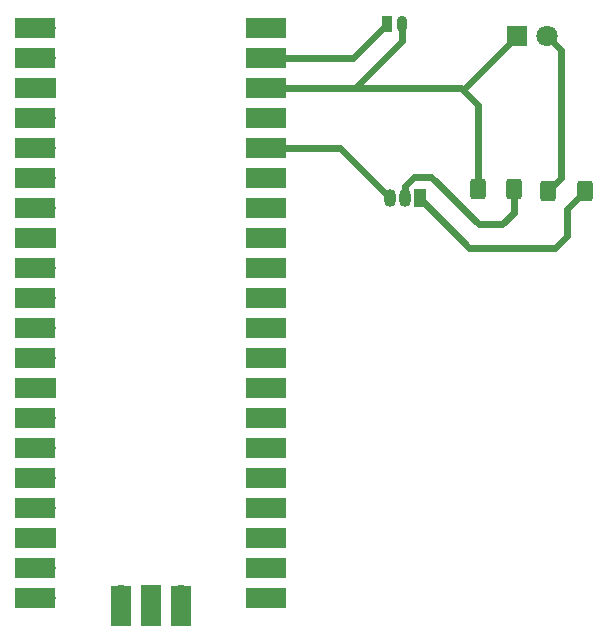
<source format=gbr>
%TF.GenerationSoftware,KiCad,Pcbnew,8.0.0*%
%TF.CreationDate,2024-03-27T15:42:33-03:00*%
%TF.ProjectId,pon_sem_6,706f6e5f-7365-46d5-9f36-2e6b69636164,rev?*%
%TF.SameCoordinates,Original*%
%TF.FileFunction,Copper,L1,Top*%
%TF.FilePolarity,Positive*%
%FSLAX46Y46*%
G04 Gerber Fmt 4.6, Leading zero omitted, Abs format (unit mm)*
G04 Created by KiCad (PCBNEW 8.0.0) date 2024-03-27 15:42:33*
%MOMM*%
%LPD*%
G01*
G04 APERTURE LIST*
G04 Aperture macros list*
%AMRoundRect*
0 Rectangle with rounded corners*
0 $1 Rounding radius*
0 $2 $3 $4 $5 $6 $7 $8 $9 X,Y pos of 4 corners*
0 Add a 4 corners polygon primitive as box body*
4,1,4,$2,$3,$4,$5,$6,$7,$8,$9,$2,$3,0*
0 Add four circle primitives for the rounded corners*
1,1,$1+$1,$2,$3*
1,1,$1+$1,$4,$5*
1,1,$1+$1,$6,$7*
1,1,$1+$1,$8,$9*
0 Add four rect primitives between the rounded corners*
20,1,$1+$1,$2,$3,$4,$5,0*
20,1,$1+$1,$4,$5,$6,$7,0*
20,1,$1+$1,$6,$7,$8,$9,0*
20,1,$1+$1,$8,$9,$2,$3,0*%
G04 Aperture macros list end*
%TA.AperFunction,ComponentPad*%
%ADD10O,1.700000X1.700000*%
%TD*%
%TA.AperFunction,SMDPad,CuDef*%
%ADD11R,3.500000X1.700000*%
%TD*%
%TA.AperFunction,ComponentPad*%
%ADD12R,1.700000X1.700000*%
%TD*%
%TA.AperFunction,SMDPad,CuDef*%
%ADD13R,1.700000X3.500000*%
%TD*%
%TA.AperFunction,SMDPad,CuDef*%
%ADD14RoundRect,0.250000X-0.400000X-0.625000X0.400000X-0.625000X0.400000X0.625000X-0.400000X0.625000X0*%
%TD*%
%TA.AperFunction,ComponentPad*%
%ADD15O,1.050000X1.500000*%
%TD*%
%TA.AperFunction,ComponentPad*%
%ADD16R,1.050000X1.500000*%
%TD*%
%TA.AperFunction,ComponentPad*%
%ADD17O,0.900000X1.400000*%
%TD*%
%TA.AperFunction,ComponentPad*%
%ADD18RoundRect,0.225000X-0.225000X-0.475000X0.225000X-0.475000X0.225000X0.475000X-0.225000X0.475000X0*%
%TD*%
%TA.AperFunction,ComponentPad*%
%ADD19C,1.800000*%
%TD*%
%TA.AperFunction,ComponentPad*%
%ADD20R,1.800000X1.800000*%
%TD*%
%TA.AperFunction,Conductor*%
%ADD21C,0.600000*%
%TD*%
%TA.AperFunction,Conductor*%
%ADD22C,0.200000*%
%TD*%
G04 APERTURE END LIST*
D10*
%TO.P,U2,1,GPIO0*%
%TO.N,unconnected-(U2-GPIO0-Pad1)*%
X122845000Y-68385000D03*
D11*
X121945000Y-68385000D03*
D10*
%TO.P,U2,2,GPIO1*%
%TO.N,unconnected-(U2-GPIO1-Pad2)*%
X122845000Y-70925000D03*
D11*
X121945000Y-70925000D03*
D12*
%TO.P,U2,3,GND*%
%TO.N,unconnected-(U2-GND-Pad3)*%
X122845000Y-73465000D03*
D11*
X121945000Y-73465000D03*
D10*
%TO.P,U2,4,GPIO2*%
%TO.N,unconnected-(U2-GPIO2-Pad4)*%
X122845000Y-76005000D03*
D11*
X121945000Y-76005000D03*
D10*
%TO.P,U2,5,GPIO3*%
%TO.N,unconnected-(U2-GPIO3-Pad5)*%
X122845000Y-78545000D03*
D11*
X121945000Y-78545000D03*
D10*
%TO.P,U2,6,GPIO4*%
%TO.N,unconnected-(U2-GPIO4-Pad6)*%
X122845000Y-81085000D03*
D11*
X121945000Y-81085000D03*
D10*
%TO.P,U2,7,GPIO5*%
%TO.N,unconnected-(U2-GPIO5-Pad7)*%
X122845000Y-83625000D03*
D11*
X121945000Y-83625000D03*
D12*
%TO.P,U2,8,GND*%
%TO.N,unconnected-(U2-GND-Pad8)*%
X122845000Y-86165000D03*
D11*
X121945000Y-86165000D03*
D10*
%TO.P,U2,9,GPIO6*%
%TO.N,unconnected-(U2-GPIO6-Pad9)*%
X122845000Y-88705000D03*
D11*
X121945000Y-88705000D03*
D10*
%TO.P,U2,10,GPIO7*%
%TO.N,unconnected-(U2-GPIO7-Pad10)*%
X122845000Y-91245000D03*
D11*
X121945000Y-91245000D03*
D10*
%TO.P,U2,11,GPIO8*%
%TO.N,unconnected-(U2-GPIO8-Pad11)*%
X122845000Y-93785000D03*
D11*
X121945000Y-93785000D03*
D10*
%TO.P,U2,12,GPIO9*%
%TO.N,unconnected-(U2-GPIO9-Pad12)*%
X122845000Y-96325000D03*
D11*
X121945000Y-96325000D03*
D12*
%TO.P,U2,13,GND*%
%TO.N,unconnected-(U2-GND-Pad13)*%
X122845000Y-98865000D03*
D11*
X121945000Y-98865000D03*
D10*
%TO.P,U2,14,GPIO10*%
%TO.N,unconnected-(U2-GPIO10-Pad14)*%
X122845000Y-101405000D03*
D11*
X121945000Y-101405000D03*
D10*
%TO.P,U2,15,GPIO11*%
%TO.N,unconnected-(U2-GPIO11-Pad15)*%
X122845000Y-103945000D03*
D11*
X121945000Y-103945000D03*
D10*
%TO.P,U2,16,GPIO12*%
%TO.N,unconnected-(U2-GPIO12-Pad16)*%
X122845000Y-106485000D03*
D11*
X121945000Y-106485000D03*
D10*
%TO.P,U2,17,GPIO13*%
%TO.N,unconnected-(U2-GPIO13-Pad17)*%
X122845000Y-109025000D03*
D11*
X121945000Y-109025000D03*
D12*
%TO.P,U2,18,GND*%
%TO.N,unconnected-(U2-GND-Pad18)*%
X122845000Y-111565000D03*
D11*
X121945000Y-111565000D03*
D10*
%TO.P,U2,19,GPIO14*%
%TO.N,unconnected-(U2-GPIO14-Pad19)*%
X122845000Y-114105000D03*
D11*
X121945000Y-114105000D03*
D10*
%TO.P,U2,20,GPIO15*%
%TO.N,unconnected-(U2-GPIO15-Pad20)*%
X122845000Y-116645000D03*
D11*
X121945000Y-116645000D03*
D10*
%TO.P,U2,21,GPIO16*%
%TO.N,unconnected-(U2-GPIO16-Pad21)*%
X140625000Y-116645000D03*
D11*
X141525000Y-116645000D03*
D10*
%TO.P,U2,22,GPIO17*%
%TO.N,unconnected-(U2-GPIO17-Pad22)*%
X140625000Y-114105000D03*
D11*
X141525000Y-114105000D03*
D12*
%TO.P,U2,23,GND*%
%TO.N,unconnected-(U2-GND-Pad23)*%
X140625000Y-111565000D03*
D11*
X141525000Y-111565000D03*
D10*
%TO.P,U2,24,GPIO18*%
%TO.N,unconnected-(U2-GPIO18-Pad24)*%
X140625000Y-109025000D03*
D11*
X141525000Y-109025000D03*
D10*
%TO.P,U2,25,GPIO19*%
%TO.N,unconnected-(U2-GPIO19-Pad25)*%
X140625000Y-106485000D03*
D11*
X141525000Y-106485000D03*
D10*
%TO.P,U2,26,GPIO20*%
%TO.N,unconnected-(U2-GPIO20-Pad26)*%
X140625000Y-103945000D03*
D11*
X141525000Y-103945000D03*
D10*
%TO.P,U2,27,GPIO21*%
%TO.N,unconnected-(U2-GPIO21-Pad27)*%
X140625000Y-101405000D03*
D11*
X141525000Y-101405000D03*
D12*
%TO.P,U2,28,GND*%
%TO.N,unconnected-(U2-GND-Pad28)*%
X140625000Y-98865000D03*
D11*
X141525000Y-98865000D03*
D10*
%TO.P,U2,29,GPIO22*%
%TO.N,unconnected-(U2-GPIO22-Pad29)*%
X140625000Y-96325000D03*
D11*
X141525000Y-96325000D03*
D10*
%TO.P,U2,30,RUN*%
%TO.N,unconnected-(U2-RUN-Pad30)*%
X140625000Y-93785000D03*
D11*
X141525000Y-93785000D03*
D10*
%TO.P,U2,31,GPIO26_ADC0*%
%TO.N,unconnected-(U2-GPIO26_ADC0-Pad31)*%
X140625000Y-91245000D03*
D11*
X141525000Y-91245000D03*
D10*
%TO.P,U2,32,GPIO27_ADC1*%
%TO.N,unconnected-(U2-GPIO27_ADC1-Pad32)*%
X140625000Y-88705000D03*
D11*
X141525000Y-88705000D03*
D12*
%TO.P,U2,33,AGND*%
%TO.N,unconnected-(U2-AGND-Pad33)*%
X140625000Y-86165000D03*
D11*
X141525000Y-86165000D03*
D10*
%TO.P,U2,34,GPIO28_ADC2*%
%TO.N,unconnected-(U2-GPIO28_ADC2-Pad34)*%
X140625000Y-83625000D03*
D11*
X141525000Y-83625000D03*
D10*
%TO.P,U2,35,ADC_VREF*%
%TO.N,unconnected-(U2-ADC_VREF-Pad35)*%
X140625000Y-81085000D03*
D11*
X141525000Y-81085000D03*
D10*
%TO.P,U2,36,3V3*%
%TO.N,3V3*%
X140625000Y-78545000D03*
D11*
X141525000Y-78545000D03*
D10*
%TO.P,U2,37,3V3_EN*%
%TO.N,unconnected-(U2-3V3_EN-Pad37)*%
X140625000Y-76005000D03*
D11*
X141525000Y-76005000D03*
D12*
%TO.P,U2,38,GND*%
%TO.N,GND*%
X140625000Y-73465000D03*
D11*
X141525000Y-73465000D03*
D10*
%TO.P,U2,39,VSYS*%
%TO.N,VCC*%
X140625000Y-70925000D03*
D11*
X141525000Y-70925000D03*
D10*
%TO.P,U2,40,VBUS*%
%TO.N,unconnected-(U2-VBUS-Pad40)*%
X140625000Y-68385000D03*
D11*
X141525000Y-68385000D03*
D10*
%TO.P,U2,41,SWCLK*%
%TO.N,unconnected-(U2-SWCLK-Pad41)*%
X129195000Y-116415000D03*
D13*
X129195000Y-117315000D03*
D12*
%TO.P,U2,42,GND*%
%TO.N,unconnected-(U2-GND-Pad42)*%
X131735000Y-116415000D03*
D13*
X131735000Y-117315000D03*
D10*
%TO.P,U2,43,SWDIO*%
%TO.N,unconnected-(U2-SWDIO-Pad43)*%
X134275000Y-116415000D03*
D13*
X134275000Y-117315000D03*
%TD*%
D14*
%TO.P,R2,1*%
%TO.N,GND*%
X159400000Y-82000000D03*
%TO.P,R2,2*%
%TO.N,Net-(Q2-B)*%
X162500000Y-82000000D03*
%TD*%
%TO.P,R1,2*%
%TO.N,Net-(Q2-C)*%
X168500000Y-82210000D03*
%TO.P,R1,1*%
%TO.N,Net-(D1-A)*%
X165400000Y-82210000D03*
%TD*%
D15*
%TO.P,Q2,3,E*%
%TO.N,3V3*%
X151960000Y-82780000D03*
%TO.P,Q2,2,B*%
%TO.N,Net-(Q2-B)*%
X153230000Y-82780000D03*
D16*
%TO.P,Q2,1,C*%
%TO.N,Net-(Q2-C)*%
X154500000Y-82780000D03*
%TD*%
D17*
%TO.P,J1,2,Pin_2*%
%TO.N,GND*%
X153000000Y-68000000D03*
D18*
%TO.P,J1,1,Pin_1*%
%TO.N,VCC*%
X151750000Y-68000000D03*
%TD*%
D19*
%TO.P,D1,2,A*%
%TO.N,Net-(D1-A)*%
X165290000Y-69050000D03*
D20*
%TO.P,D1,1,K*%
%TO.N,GND*%
X162750000Y-69050000D03*
%TD*%
D21*
%TO.N,GND*%
X158000000Y-73465000D02*
X148500000Y-73465000D01*
X148500000Y-73465000D02*
X149035000Y-73465000D01*
X147785000Y-73465000D02*
X148500000Y-73465000D01*
X140625000Y-73465000D02*
X147785000Y-73465000D01*
%TO.N,3V3*%
X140625000Y-78545000D02*
X147725000Y-78545000D01*
%TO.N,VCC*%
X140625000Y-70925000D02*
X148825000Y-70925000D01*
%TO.N,Net-(Q2-B)*%
X162500000Y-84000000D02*
X162500000Y-82000000D01*
X161500000Y-85000000D02*
X162500000Y-84000000D01*
X159500000Y-85000000D02*
X161500000Y-85000000D01*
X153230000Y-81775000D02*
X154005000Y-81000000D01*
X153230000Y-82780000D02*
X153230000Y-81775000D01*
X154005000Y-81000000D02*
X155500000Y-81000000D01*
X155500000Y-81000000D02*
X159500000Y-85000000D01*
D22*
X153230000Y-82780000D02*
X153230000Y-82175000D01*
D21*
%TO.N,GND*%
X159400000Y-74865000D02*
X158000000Y-73465000D01*
X159400000Y-82000000D02*
X159400000Y-74865000D01*
X153000000Y-69500000D02*
X153000000Y-68250000D01*
X149035000Y-73465000D02*
X153000000Y-69500000D01*
%TO.N,Net-(D1-A)*%
X166500000Y-81110000D02*
X166000000Y-81610000D01*
X166500000Y-70260000D02*
X166500000Y-81110000D01*
X166000000Y-69760000D02*
X166500000Y-70260000D01*
%TO.N,Net-(Q2-C)*%
X167000000Y-83710000D02*
X168500000Y-82210000D01*
X166000000Y-87000000D02*
X167000000Y-86000000D01*
X158720000Y-87000000D02*
X166000000Y-87000000D01*
X154500000Y-82780000D02*
X158720000Y-87000000D01*
X167000000Y-86000000D02*
X167000000Y-83710000D01*
D22*
%TO.N,Net-(Q2-B)*%
X153230000Y-82780000D02*
X153230000Y-83385000D01*
%TO.N,Net-(D1-A)*%
X165290000Y-69050000D02*
X166000000Y-69760000D01*
X166000000Y-81610000D02*
X165400000Y-82210000D01*
%TO.N,GND*%
X158335000Y-73465000D02*
X158000000Y-73465000D01*
D21*
%TO.N,3V3*%
X151960000Y-82780000D02*
X147725000Y-78545000D01*
%TO.N,GND*%
X162750000Y-69050000D02*
X158335000Y-73465000D01*
D22*
X153000000Y-68250000D02*
X153000000Y-68000000D01*
D21*
%TO.N,VCC*%
X148825000Y-70925000D02*
X151750000Y-68000000D01*
%TD*%
M02*

</source>
